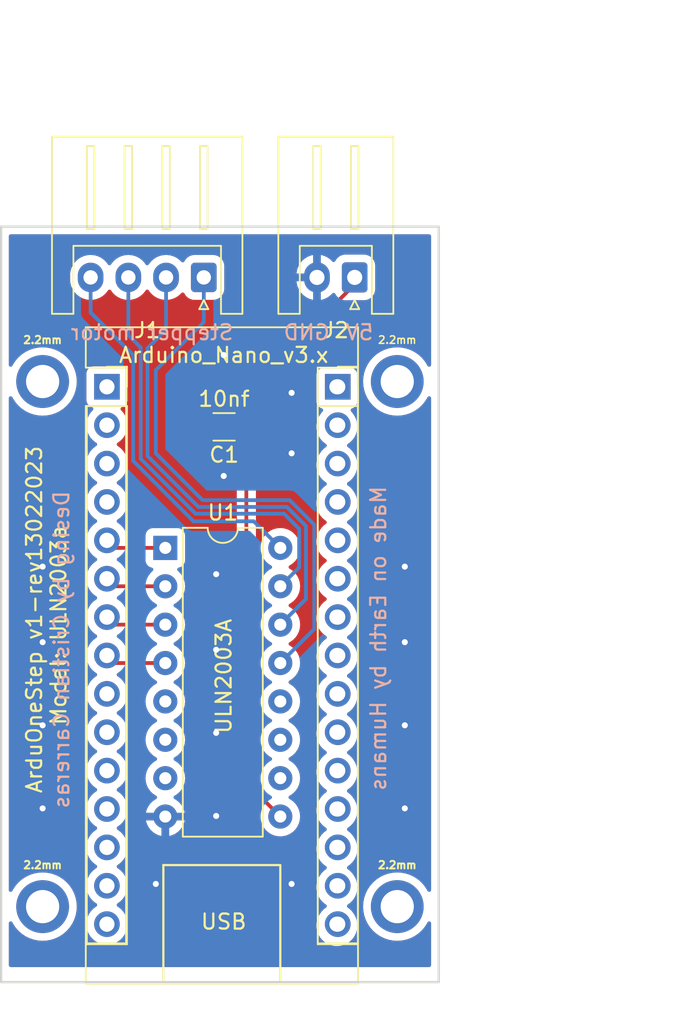
<source format=kicad_pcb>
(kicad_pcb (version 20211014) (generator pcbnew)
  (layers (0 "F.Cu" signal) (31 "B.Cu" signal) (34 "B.Paste" user) (35 "F.Paste" user) (36 "B.SilkS" user "B.Silkscreen") (37 "F.SilkS" user "F.Silkscreen") (38 "B.Mask" user) (39 "F.Mask" user) (44 "Edge.Cuts" user))
  (net 0 "")
  (net 5 "/in1")
  (net 6 "/in2")
  (net 7 "/in3")
  (net 8 "/in4")
  (net 27 "GND")
  (net 29 "Net-(J1-Pad1)")
  (net 30 "Net-(J1-Pad2)")
  (net 31 "Net-(J1-Pad3)")
  (net 32 "Net-(J1-Pad4)")
  (net 33 "5V")
  (net 40 "unconnected-(A1-Pad6)")
  (net 41 "unconnected-(A1-Pad5)")
  (footprint "Connector_PinSocket_2.54mm:PinSocket_1x15_P2.54mm_Vertical" (layer "F.Cu") (at 148.76 67.6)
    (fp_text reference "REF**" hide)
    (fp_text value "PinSocket_1x15_P2.54mm_Vertical" hide)
    (fp_line (start -1.33 1.27) (end 1.33 1.27) (layer "F.SilkS") (width 0.12))
    (fp_line (start 0 -1.33) (end 1.33 -1.33) (layer "F.SilkS") (width 0.12))
    (fp_line (start 1.33 1.27) (end 1.33 36.89) (layer "F.SilkS") (width 0.12))
    (fp_line (start -1.33 1.27) (end -1.33 36.89) (layer "F.SilkS") (width 0.12))
    (fp_line (start 1.33 -1.33) (end 1.33 0) (layer "F.SilkS") (width 0.12))
    (fp_line (start -1.33 36.89) (end 1.33 36.89) (layer "F.SilkS") (width 0.12))
    (pad "1" thru_hole rect (at 0 0) (size 1.7 1.7) (drill 1) (layers *.Cu *.Mask))
    (pad "2" thru_hole oval (at 0 2.54) (size 1.7 1.7) (drill 1) (layers *.Cu *.Mask))
    (pad "3" thru_hole oval (at 0 5.08) (size 1.7 1.7) (drill 1) (layers *.Cu *.Mask))
    (pad "4" thru_hole oval (at 0 7.62) (size 1.7 1.7) (drill 1) (layers *.Cu *.Mask))
    (pad "5" thru_hole oval (at 0 10.16) (size 1.7 1.7) (drill 1) (layers *.Cu *.Mask))
    (pad "6" thru_hole oval (at 0 12.7) (size 1.7 1.7) (drill 1) (layers *.Cu *.Mask))
    (pad "7" thru_hole oval (at 0 15.24) (size 1.7 1.7) (drill 1) (layers *.Cu *.Mask))
    (pad "8" thru_hole oval (at 0 17.78) (size 1.7 1.7) (drill 1) (layers *.Cu *.Mask))
    (pad "9" thru_hole oval (at 0 20.32) (size 1.7 1.7) (drill 1) (layers *.Cu *.Mask))
    (pad "10" thru_hole oval (at 0 22.86) (size 1.7 1.7) (drill 1) (layers *.Cu *.Mask))
    (pad "11" thru_hole oval (at 0 25.4) (size 1.7 1.7) (drill 1) (layers *.Cu *.Mask))
    (pad "12" thru_hole oval (at 0 27.94) (size 1.7 1.7) (drill 1) (layers *.Cu *.Mask))
    (pad "13" thru_hole oval (at 0 30.48) (size 1.7 1.7) (drill 1) (layers *.Cu *.Mask))
    (pad "14" thru_hole oval (at 0 33.02) (size 1.7 1.7) (drill 1) (layers *.Cu *.Mask))
    (pad "15" thru_hole oval (at 0 35.56) (size 1.7 1.7) (drill 1) (layers *.Cu *.Mask))
  )
  (footprint "Module:Arduino_Nano" (layer "F.Cu") (at 148.76 67.6)
    (fp_text reference "A1" hide)
    (fp_text value "Arduino_Nano_v3.x" (at 7.74 -2.1 180) (layer "F.SilkS"))
    (fp_line (start 1.27 -1.27) (end -1.4 -1.27) (layer "F.SilkS") (width 0.12))
    (fp_line (start 13.97 -1.27) (end 16.64 -1.27) (layer "F.SilkS") (width 0.12))
    (fp_line (start -1.4 39.5) (end 16.64 39.5) (layer "F.SilkS") (width 0.12))
    (fp_line (start 1.27 1.27) (end 1.27 -1.27) (layer "F.SilkS") (width 0.12))
    (fp_line (start -1.4 -3.94) (end -1.4 -1.27) (layer "F.SilkS") (width 0.12))
    (fp_line (start 1.27 1.27) (end -1.4 1.27) (layer "F.SilkS") (width 0.12))
    (fp_line (start 13.97 36.83) (end 16.64 36.83) (layer "F.SilkS") (width 0.12))
    (fp_line (start 16.64 -3.94) (end -1.4 -3.94) (layer "F.SilkS") (width 0.12))
    (fp_line (start 1.27 36.83) (end -1.4 36.83) (layer "F.SilkS") (width 0.12))
    (fp_line (start 1.27 1.27) (end 1.27 36.83) (layer "F.SilkS") (width 0.12))
    (fp_line (start -1.4 1.27) (end -1.4 39.5) (layer "F.SilkS") (width 0.12))
    (fp_line (start 16.64 39.5) (end 16.64 -3.94) (layer "F.SilkS") (width 0.12))
    (fp_line (start 13.97 -1.27) (end 13.97 36.83) (layer "F.SilkS") (width 0.12))
    (pad "1" thru_hole rect locked (at 0 0) (size 1.6 1.6) (drill 1) (layers *.Cu *.Mask))
    (pad "2" thru_hole oval locked (at 0 2.54) (size 1.6 1.6) (drill 1) (layers *.Cu *.Mask))
    (pad "3" thru_hole oval locked (at 0 5.08) (size 1.6 1.6) (drill 1) (layers *.Cu *.Mask))
    (pad "4" thru_hole oval locked (at 0 7.62) (size 1.6 1.6) (drill 1) (layers *.Cu *.Mask))
    (pad "5" thru_hole oval locked (at 0 10.16) (size 1.6 1.6) (drill 1) (layers *.Cu *.Mask) (net 41 "unconnected-(A1-Pad5)"))
    (pad "6" thru_hole oval locked (at 0 12.7) (size 1.6 1.6) (drill 1) (layers *.Cu *.Mask) (net 40 "unconnected-(A1-Pad6)"))
    (pad "7" thru_hole oval locked (at 0 15.24) (size 1.6 1.6) (drill 1) (layers *.Cu *.Mask) (net 5 "/in1"))
    (pad "8" thru_hole oval locked (at 0 17.78) (size 1.6 1.6) (drill 1) (layers *.Cu *.Mask) (net 6 "/in2"))
    (pad "9" thru_hole oval locked (at 0 20.32) (size 1.6 1.6) (drill 1) (layers *.Cu *.Mask) (net 7 "/in3"))
    (pad "10" thru_hole oval locked (at 0 22.86) (size 1.6 1.6) (drill 1) (layers *.Cu *.Mask) (net 8 "/in4"))
    (pad "11" thru_hole oval locked (at 0 25.4) (size 1.6 1.6) (drill 1) (layers *.Cu *.Mask))
    (pad "12" thru_hole oval locked (at 0 27.94) (size 1.6 1.6) (drill 1) (layers *.Cu *.Mask))
    (pad "13" thru_hole oval locked (at 0 30.48) (size 1.6 1.6) (drill 1) (layers *.Cu *.Mask))
    (pad "14" thru_hole oval locked (at 0 33.02) (size 1.6 1.6) (drill 1) (layers *.Cu *.Mask))
    (pad "15" thru_hole oval locked (at 0 35.56) (size 1.6 1.6) (drill 1) (layers *.Cu *.Mask))
    (pad "16" thru_hole oval locked (at 15.24 35.56) (size 1.6 1.6) (drill 1) (layers *.Cu *.Mask))
    (pad "17" thru_hole oval locked (at 15.24 33.02) (size 1.6 1.6) (drill 1) (layers *.Cu *.Mask))
    (pad "18" thru_hole oval locked (at 15.24 30.48) (size 1.6 1.6) (drill 1) (layers *.Cu *.Mask))
    (pad "19" thru_hole oval locked (at 15.24 27.94) (size 1.6 1.6) (drill 1) (layers *.Cu *.Mask))
    (pad "20" thru_hole oval locked (at 15.24 25.4) (size 1.6 1.6) (drill 1) (layers *.Cu *.Mask))
    (pad "21" thru_hole oval locked (at 15.24 22.86) (size 1.6 1.6) (drill 1) (layers *.Cu *.Mask))
    (pad "22" thru_hole oval locked (at 15.24 20.32) (size 1.6 1.6) (drill 1) (layers *.Cu *.Mask))
    (pad "23" thru_hole oval locked (at 15.24 17.78) (size 1.6 1.6) (drill 1) (layers *.Cu *.Mask))
    (pad "24" thru_hole oval locked (at 15.24 15.24) (size 1.6 1.6) (drill 1) (layers *.Cu *.Mask))
    (pad "25" thru_hole oval locked (at 15.24 12.7) (size 1.6 1.6) (drill 1) (layers *.Cu *.Mask))
    (pad "26" thru_hole oval locked (at 15.24 10.16) (size 1.6 1.6) (drill 1) (layers *.Cu *.Mask))
    (pad "27" thru_hole oval locked (at 15.24 7.62) (size 1.6 1.6) (drill 1) (layers *.Cu *.Mask))
    (pad "28" thru_hole oval locked (at 15.24 5.08) (size 1.6 1.6) (drill 1) (layers *.Cu *.Mask))
    (pad "29" thru_hole oval locked (at 15.24 2.54) (size 1.6 1.6) (drill 1) (layers *.Cu *.Mask) (net 27 "GND"))
    (pad "30" thru_hole oval locked (at 15.24 0) (size 1.6 1.6) (drill 1) (layers *.Cu *.Mask))
  )
  (footprint "Connector_PinSocket_2.54mm:PinSocket_1x15_P2.54mm_Vertical" (layer "F.Cu") (at 164.06 67.6)
    (fp_text reference "REF**" hide)
    (fp_text value "PinSocket_1x15_P2.54mm_Vertical" hide)
    (fp_line (start -1.33 1.27) (end 1.33 1.27) (layer "F.SilkS") (width 0.12))
    (fp_line (start 0 -1.33) (end 1.33 -1.33) (layer "F.SilkS") (width 0.12))
    (fp_line (start 1.33 1.27) (end 1.33 36.89) (layer "F.SilkS") (width 0.12))
    (fp_line (start -1.33 1.27) (end -1.33 36.89) (layer "F.SilkS") (width 0.12))
    (fp_line (start 1.33 -1.33) (end 1.33 0) (layer "F.SilkS") (width 0.12))
    (fp_line (start -1.33 36.89) (end 1.33 36.89) (layer "F.SilkS") (width 0.12))
    (pad "1" thru_hole rect (at 0 0) (size 1.7 1.7) (drill 1) (layers *.Cu *.Mask))
    (pad "2" thru_hole oval (at 0 2.54) (size 1.7 1.7) (drill 1) (layers *.Cu *.Mask))
    (pad "3" thru_hole oval (at 0 5.08) (size 1.7 1.7) (drill 1) (layers *.Cu *.Mask))
    (pad "4" thru_hole oval (at 0 7.62) (size 1.7 1.7) (drill 1) (layers *.Cu *.Mask))
    (pad "5" thru_hole oval (at 0 10.16) (size 1.7 1.7) (drill 1) (layers *.Cu *.Mask))
    (pad "6" thru_hole oval (at 0 12.7) (size 1.7 1.7) (drill 1) (layers *.Cu *.Mask))
    (pad "7" thru_hole oval (at 0 15.24) (size 1.7 1.7) (drill 1) (layers *.Cu *.Mask))
    (pad "8" thru_hole oval (at 0 17.78) (size 1.7 1.7) (drill 1) (layers *.Cu *.Mask))
    (pad "9" thru_hole oval (at 0 20.32) (size 1.7 1.7) (drill 1) (layers *.Cu *.Mask))
    (pad "10" thru_hole oval (at 0 22.86) (size 1.7 1.7) (drill 1) (layers *.Cu *.Mask))
    (pad "11" thru_hole oval (at 0 25.4) (size 1.7 1.7) (drill 1) (layers *.Cu *.Mask))
    (pad "12" thru_hole oval (at 0 27.94) (size 1.7 1.7) (drill 1) (layers *.Cu *.Mask))
    (pad "13" thru_hole oval (at 0 30.48) (size 1.7 1.7) (drill 1) (layers *.Cu *.Mask))
    (pad "14" thru_hole oval (at 0 33.02) (size 1.7 1.7) (drill 1) (layers *.Cu *.Mask))
    (pad "15" thru_hole oval (at 0 35.56) (size 1.7 1.7) (drill 1) (layers *.Cu *.Mask))
  )
  (footprint "MountingHole:MountingHole_2.2mm_M2_ISO7380_Pad" (layer "F.Cu") (at 168 67.25)
    (fp_text reference "2.2mm" (at 0 -2.75) (layer "F.SilkS") (effects (font (size 0.5 0.5) (thickness 0.1))))
    (fp_text value "MountingHole_2.2mm_M2_ISO7380_Pad" hide)
    (pad "1" thru_hole circle (at 0 0) (size 3.5 3.5) (drill 2.2) (layers *.Cu *.Mask))
  )
  (footprint "Connector_JST:JST_XH_S2B-XH-A_1x02_P2.50mm_Horizontal" (layer "F.Cu") (at 165.18 60.36 180)
    (fp_text reference "J2" (at 1.25 -3.5) (layer "F.SilkS"))
    (fp_text value "jst battery")
    (fp_line (start 3.64 2.09) (end 1.25 2.09) (layer "F.SilkS") (width 0.12))
    (fp_line (start 1.25 9.31) (end 5.06 9.31) (layer "F.SilkS") (width 0.12))
    (fp_line (start -2.56 9.31) (end -2.56 -2.41) (layer "F.SilkS") (width 0.12))
    (fp_line (start 2.75 3.2) (end 2.25 3.2) (layer "F.SilkS") (width 0.12))
    (fp_line (start 5.06 -2.41) (end 3.64 -2.41) (layer "F.SilkS") (width 0.12))
    (fp_line (start 2.75 8.7) (end 2.75 3.2) (layer "F.SilkS") (width 0.12))
    (fp_line (start 3.64 -2.41) (end 3.64 2.09) (layer "F.SilkS") (width 0.12))
    (fp_line (start -0.25 8.7) (end 0.25 8.7) (layer "F.SilkS") (width 0.12))
    (fp_line (start -0.25 3.2) (end -0.25 8.7) (layer "F.SilkS") (width 0.12))
    (fp_line (start 5.06 9.31) (end 5.06 -2.41) (layer "F.SilkS") (width 0.12))
    (fp_line (start -1.14 2.09) (end 1.25 2.09) (layer "F.SilkS") (width 0.12))
    (fp_line (start 2.25 3.2) (end 2.25 8.7) (layer "F.SilkS") (width 0.12))
    (fp_line (start -0.3 -2.1) (end 0.3 -2.1) (layer "F.SilkS") (width 0.12))
    (fp_line (start 2.25 8.7) (end 2.75 8.7) (layer "F.SilkS") (width 0.12))
    (fp_line (start 0.25 3.2) (end -0.25 3.2) (layer "F.SilkS") (width 0.12))
    (fp_line (start 1.25 9.31) (end -2.56 9.31) (layer "F.SilkS") (width 0.12))
    (fp_line (start -1.14 -2.41) (end -1.14 2.09) (layer "F.SilkS") (width 0.12))
    (fp_line (start 0.3 -2.1) (end 0 -1.5) (layer "F.SilkS") (width 0.12))
    (fp_line (start 0.25 8.7) (end 0.25 3.2) (layer "F.SilkS") (width 0.12))
    (fp_line (start -2.56 -2.41) (end -1.14 -2.41) (layer "F.SilkS") (width 0.12))
    (fp_line (start 0 -1.5) (end -0.3 -2.1) (layer "F.SilkS") (width 0.12))
    (pad "1" thru_hole roundrect (at 0 0 180) (size 1.7 2) (drill 1) (layers *.Cu *.Mask) (roundrect_rratio 0.1470588235) (net 33 "5V"))
    (pad "2" thru_hole oval (at 2.5 0 180) (size 1.7 2) (drill 1) (layers *.Cu *.Mask) (net 27 "GND"))
  )
  (footprint "Capacitor_SMD:C_1206_3216Metric" (layer "F.Cu") (at 156.525 70.25 180)
    (fp_text reference "C1" (at 0 -1.85) (layer "F.SilkS"))
    (fp_text value "10nf" (at 0 1.85) (layer "F.SilkS"))
    (fp_line (start -0.711252 -0.91) (end 0.711252 -0.91) (layer "F.SilkS") (width 0.12))
    (fp_line (start -0.711252 0.91) (end 0.711252 0.91) (layer "F.SilkS") (width 0.12))
    (pad "1" smd roundrect (at -1.475 0 180) (size 1.15 1.8) (layers "F.Cu" "F.Paste" "F.Mask") (roundrect_rratio 0.2173913043) (net 33 "5V"))
    (pad "2" smd roundrect (at 1.475 0 180) (size 1.15 1.8) (layers "F.Cu" "F.Paste" "F.Mask") (roundrect_rratio 0.2173913043) (net 27 "GND"))
  )
  (footprint "Package_DIP:DIP-16_W7.62mm" (layer "F.Cu") (at 152.63 78.26)
    (fp_text reference "U1" (at 3.81 -2.33) (layer "F.SilkS"))
    (fp_text value "ULN2003A" (at 3.87 8.49 90) (layer "F.SilkS"))
    (fp_line (start 6.46 -1.33) (end 4.81 -1.33) (layer "F.SilkS") (width 0.12))
    (fp_line (start 1.16 -1.33) (end 1.16 19.11) (layer "F.SilkS") (width 0.12))
    (fp_line (start 2.81 -1.33) (end 1.16 -1.33) (layer "F.SilkS") (width 0.12))
    (fp_line (start 1.16 19.11) (end 6.46 19.11) (layer "F.SilkS") (width 0.12))
    (fp_line (start 6.46 19.11) (end 6.46 -1.33) (layer "F.SilkS") (width 0.12))
    (fp_arc (start 4.81 -1.33) (mid 3.81 -0.33) (end 2.81 -1.33) (layer "F.SilkS") (width 0.12))
    (pad "1" thru_hole rect (at 0 0) (size 1.6 1.6) (drill 0.8) (layers *.Cu *.Mask) (net 5 "/in1"))
    (pad "2" thru_hole oval (at 0 2.54) (size 1.6 1.6) (drill 0.8) (layers *.Cu *.Mask) (net 6 "/in2"))
    (pad "3" thru_hole oval (at 0 5.08) (size 1.6 1.6) (drill 0.8) (layers *.Cu *.Mask) (net 7 "/in3"))
    (pad "4" thru_hole oval (at 0 7.62) (size 1.6 1.6) (drill 0.8) (layers *.Cu *.Mask) (net 8 "/in4"))
    (pad "5" thru_hole oval (at 0 10.16) (size 1.6 1.6) (drill 0.8) (layers *.Cu *.Mask))
    (pad "6" thru_hole oval (at 0 12.7) (size 1.6 1.6) (drill 0.8) (layers *.Cu *.Mask))
    (pad "7" thru_hole oval (at 0 15.24) (size 1.6 1.6) (drill 0.8) (layers *.Cu *.Mask))
    (pad "8" thru_hole oval (at 0 17.78) (size 1.6 1.6) (drill 0.8) (layers *.Cu *.Mask) (net 27 "GND"))
    (pad "9" thru_hole oval (at 7.62 17.78) (size 1.6 1.6) (drill 0.8) (layers *.Cu *.Mask) (net 33 "5V"))
    (pad "10" thru_hole oval (at 7.62 15.24) (size 1.6 1.6) (drill 0.8) (layers *.Cu *.Mask))
    (pad "11" thru_hole oval (at 7.62 12.7) (size 1.6 1.6) (drill 0.8) (layers *.Cu *.Mask))
    (pad "12" thru_hole oval (at 7.62 10.16) (size 1.6 1.6) (drill 0.8) (layers *.Cu *.Mask))
    (pad "13" thru_hole oval (at 7.62 7.62) (size 1.6 1.6) (drill 0.8) (layers *.Cu *.Mask) (net 29 "Net-(J1-Pad1)"))
    (pad "14" thru_hole oval (at 7.62 5.08) (size 1.6 1.6) (drill 0.8) (layers *.Cu *.Mask) (net 30 "Net-(J1-Pad2)"))
    (pad "15" thru_hole oval (at 7.62 2.54) (size 1.6 1.6) (drill 0.8) (layers *.Cu *.Mask) (net 31 "Net-(J1-Pad3)"))
    (pad "16" thru_hole oval (at 7.62 0) (size 1.6 1.6) (drill 0.8) (layers *.Cu *.Mask) (net 32 "Net-(J1-Pad4)"))
  )
  (footprint "MountingHole:MountingHole_2.2mm_M2_ISO7380_Pad" (layer "F.Cu") (at 144.5 102)
    (fp_text reference "2.2mm" (at 0 -2.75) (layer "F.SilkS") (effects (font (size 0.5 0.5) (thickness 0.125))))
    (fp_text value "MountingHole_2.2mm_M2_ISO7380_Pad" hide)
    (pad "1" thru_hole circle (at 0 0) (size 3.5 3.5) (drill 2.2) (layers *.Cu *.Mask))
  )
  (footprint "Connector_JST:JST_XH_S4B-XH-A_1x04_P2.50mm_Horizontal" (layer "F.Cu") (at 155.18 60.36 180)
    (fp_text reference "J1" (at 3.75 -3.5) (layer "F.SilkS"))
    (fp_text value "stepper")
    (fp_line (start 5.25 3.2) (end 4.75 3.2) (layer "F.SilkS") (width 0.12))
    (fp_line (start -1.14 2.09) (end 3.75 2.09) (layer "F.SilkS") (width 0.12))
    (fp_line (start 4.75 3.2) (end 4.75 8.7) (layer "F.SilkS") (width 0.12))
    (fp_line (start 7.25 3.2) (end 7.25 8.7) (layer "F.SilkS") (width 0.12))
    (fp_line (start -1.14 -2.41) (end -1.14 2.09) (layer "F.SilkS") (width 0.12))
    (fp_line (start 2.25 3.2) (end 2.25 8.7) (layer "F.SilkS") (width 0.12))
    (fp_line (start 7.75 3.2) (end 7.25 3.2) (layer "F.SilkS") (width 0.12))
    (fp_line (start 3.75 9.31) (end 10.06 9.31) (layer "F.SilkS") (width 0.12))
    (fp_line (start 8.64 -2.41) (end 8.64 2.09) (layer "F.SilkS") (width 0.12))
    (fp_line (start -0.3 -2.1) (end 0.3 -2.1) (layer "F.SilkS") (width 0.12))
    (fp_line (start -0.25 8.7) (end 0.25 8.7) (layer "F.SilkS") (width 0.12))
    (fp_line (start 4.75 8.7) (end 5.25 8.7) (layer "F.SilkS") (width 0.12))
    (fp_line (start 0.25 8.7) (end 0.25 3.2) (layer "F.SilkS") (width 0.12))
    (fp_line (start 0 -1.5) (end -0.3 -2.1) (layer "F.SilkS") (width 0.12))
    (fp_line (start 10.06 9.31) (end 10.06 -2.41) (layer "F.SilkS") (width 0.12))
    (fp_line (start 0.3 -2.1) (end 0 -1.5) (layer "F.SilkS") (width 0.12))
    (fp_line (start 7.75 8.7) (end 7.75 3.2) (layer "F.SilkS") (width 0.12))
    (fp_line (start 2.75 3.2) (end 2.25 3.2) (layer "F.SilkS") (width 0.12))
    (fp_line (start 3.75 9.31) (end -2.56 9.31) (layer "F.SilkS") (width 0.12))
    (fp_line (start -0.25 3.2) (end -0.25 8.7) (layer "F.SilkS") (width 0.12))
    (fp_line (start 2.25 8.7) (end 2.75 8.7) (layer "F.SilkS") (width 0.12))
    (fp_line (start 10.06 -2.41) (end 8.64 -2.41) (layer "F.SilkS") (width 0.12))
    (fp_line (start -2.56 -2.41) (end -1.14 -2.41) (layer "F.SilkS") (width 0.12))
    (fp_line (start 2.75 8.7) (end 2.75 3.2) (layer "F.SilkS") (width 0.12))
    (fp_line (start -2.56 9.31) (end -2.56 -2.41) (layer "F.SilkS") (width 0.12))
    (fp_line (start 0.25 3.2) (end -0.25 3.2) (layer "F.SilkS") (width 0.12))
    (fp_line (start 7.25 8.7) (end 7.75 8.7) (layer "F.SilkS") (width 0.12))
    (fp_line (start 8.64 2.09) (end 3.75 2.09) (layer "F.SilkS") (width 0.12))
    (fp_line (start 5.25 8.7) (end 5.25 3.2) (layer "F.SilkS") (width 0.12))
    (pad "1" thru_hole roundrect (at 0 0 180) (size 1.7 1.95) (drill 0.95) (layers *.Cu *.Mask) (roundrect_rratio 0.1470588235) (net 29 "Net-(J1-Pad1)"))
    (pad "2" thru_hole oval (at 2.5 0 180) (size 1.7 1.95) (drill 0.95) (layers *.Cu *.Mask) (net 30 "Net-(J1-Pad2)"))
    (pad "3" thru_hole oval (at 5 0 180) (size 1.7 1.95) (drill 0.95) (layers *.Cu *.Mask) (net 31 "Net-(J1-Pad3)"))
    (pad "4" thru_hole oval (at 7.5 0 180) (size 1.7 1.95) (drill 0.95) (layers *.Cu *.Mask) (net 32 "Net-(J1-Pad4)"))
  )
  (footprint "MountingHole:MountingHole_2.2mm_M2_ISO7380_Pad" (layer "F.Cu") (at 144.5 67.25)
    (fp_text reference "2.2mm" (at 0 -2.75) (layer "F.SilkS") (effects (font (size 0.5 0.5) (thickness 0.125))))
    (fp_text value "MountingHole_2.2mm_M2_ISO7380_Pad" hide)
    (pad "1" thru_hole circle (at 0 0) (size 3.5 3.5) (drill 2.2) (layers *.Cu *.Mask))
  )
  (footprint "MountingHole:MountingHole_2.2mm_M2_ISO7380_Pad" (layer "F.Cu") (at 168 102)
    (fp_text reference "2.2mm" (at 0 -2.75) (layer "F.SilkS") (effects (font (size 0.5 0.5) (thickness 0.125))))
    (fp_text value "MountingHole_2.2mm_M2_ISO7380_Pad" hide)
    (pad "1" thru_hole circle (at 0 0) (size 3.5 3.5) (drill 2.2) (layers *.Cu *.Mask))
  )
  (gr_rect (start 152.5 99.25) (end 160.25 107) (layer "F.SilkS") (width 0.15) (fill none))
  (gr_rect locked (start 141.75 57) (end 170.75 107) (layer "Edge.Cuts") (width 0.15) (fill none))
  (gr_text "Stepper motor" (at 151.75 64) (layer "B.SilkS") (effects (font (size 1 1)) (justify mirror)))
  (gr_text "GND" (at 162 64) (layer "B.SilkS") (effects (font (size 1 1)) (justify mirror)))
  (gr_text "Desing by Cristian Carreras" (at 145.75 85 90) (layer "B.SilkS") (effects (font (size 1 1)) (justify mirror)))
  (gr_text "Made on Earth by Humans" (at 166.75 84.25 90) (layer "B.SilkS") (effects (font (size 1 1)) (justify mirror)))
  (gr_text "5V" (at 165.5 64) (layer "B.SilkS") (effects (font (size 1 1)) (justify mirror)))
  (gr_text "USB" (at 156.5 103) (layer "F.SilkS") (effects (font (size 1 1))))
  (gr_text "ArduOneStep v1-rev13022023\nModel: ULN2003a " (at 144.75 83 90) (layer "F.SilkS") (effects (font (size 1 1))))
  (segment (start 149.26 83.34) (end 148.76 82.84) (width 0.25) (layer "F.Cu") (net 5))
  (segment (start 152.63 83.34) (end 149.26 83.34) (width 0.25) (layer "F.Cu") (net 5))
  (segment (start 149.26 85.88) (end 148.76 85.38) (width 0.25) (layer "F.Cu") (net 6))
  (segment (start 152.63 85.88) (end 149.26 85.88) (width 0.25) (layer "F.Cu") (net 6))
  (via (at 156 90.5) (size 0.8) (drill 0.4) (layers "F.Cu" "B.Cu") (net 27))
  (via (at 161 68) (size 0.8) (drill 0.4) (layers "F.Cu" "B.Cu") (net 27))
  (via (at 168.5 79.5) (size 0.8) (drill 0.4) (layers "F.Cu" "B.Cu") (net 27))
  (via (at 144.5 79.5) (size 0.8) (drill 0.4) (layers "F.Cu" "B.Cu") (net 27))
  (via (at 161 72) (size 0.8) (drill 0.4) (layers "F.Cu" "B.Cu") (net 27))
  (via (at 156.5 73.5) (size 0.8) (drill 0.4) (layers "F.Cu" "B.Cu") (net 27))
  (via (at 168.5 90) (size 0.8) (drill 0.4) (layers "F.Cu" "B.Cu") (net 27))
  (via (at 168.5 95.5) (size 0.8) (drill 0.4) (layers "F.Cu" "B.Cu") (net 27))
  (via (at 152 100.5) (size 0.8) (drill 0.4) (layers "F.Cu" "B.Cu") (net 27))
  (via (at 144.5 84.5) (size 0.8) (drill 0.4) (layers "F.Cu" "B.Cu") (net 27))
  (via (at 156 85) (size 0.8) (drill 0.4) (layers "F.Cu" "B.Cu") (net 27))
  (via (at 156.5 65.5) (size 0.8) (drill 0.4) (layers "F.Cu" "B.Cu") (net 27))
  (via (at 144.5 90) (size 0.8) (drill 0.4) (layers "F.Cu" "B.Cu") (net 27))
  (via (at 156 96) (size 0.8) (drill 0.4) (layers "F.Cu" "B.Cu") (net 27))
  (via (at 156 80) (size 0.8) (drill 0.4) (layers "F.Cu" "B.Cu") (net 27))
  (via (at 168.5 84.5) (size 0.8) (drill 0.4) (layers "F.Cu" "B.Cu") (net 27))
  (via (at 161 100.5) (size 0.8) (drill 0.4) (layers "F.Cu" "B.Cu") (net 27))
  (via (at 144.5 95.5) (size 0.8) (drill 0.4) (layers "F.Cu" "B.Cu") (net 27))
  (segment (start 155.10096 75.10096) (end 152 72) (width 0.25) (layer "B.Cu") (net 29))
  (segment (start 160.25 85.88) (end 162.5 83.63) (width 0.25) (layer "B.Cu") (net 29))
  (segment (start 162.5 76.728566) (end 160.872394 75.10096) (width 0.25) (layer "B.Cu") (net 29))
  (segment (start 160.872394 75.10096) (end 155.10096 75.10096) (width 0.25) (layer "B.Cu") (net 29))
  (segment (start 152 72) (end 152 66.5) (width 0.25) (layer "B.Cu") (net 29))
  (segment (start 152 66.5) (end 155.18 63.32) (width 0.25) (layer "B.Cu") (net 29))
  (segment (start 162.5 83.63) (end 162.5 76.728566) (width 0.25) (layer "B.Cu") (net 29))
  (segment (start 155.18 63.32) (end 155.18 60.36) (width 0.25) (layer "B.Cu") (net 29))
  (segment (start 161.94952 81.64048) (end 161.94952 76.813803) (width 0.25) (layer "B.Cu") (net 30))
  (segment (start 151.44952 65.05048) (end 152.68 63.82) (width 0.25) (layer "B.Cu") (net 30))
  (segment (start 154.821916 75.55048) (end 151.44952 72.178084) (width 0.25) (layer "B.Cu") (net 30))
  (segment (start 160.25 83.34) (end 161.94952 81.64048) (width 0.25) (layer "B.Cu") (net 30))
  (segment (start 151.44952 72.178084) (end 151.44952 65.05048) (width 0.25) (layer "B.Cu") (net 30))
  (segment (start 160.686197 75.55048) (end 154.821916 75.55048) (width 0.25) (layer "B.Cu") (net 30))
  (segment (start 161.94952 76.813803) (end 160.686197 75.55048) (width 0.25) (layer "B.Cu") (net 30))
  (segment (start 152.68 63.82) (end 152.68 60.36) (width 0.25) (layer "B.Cu") (net 30))
  (segment (start 150.18 64.18) (end 150.18 60.36) (width 0.25) (layer "B.Cu") (net 31))
  (segment (start 151 72.364282) (end 151 65) (width 0.25) (layer "B.Cu") (net 31))
  (segment (start 160.25 80.8) (end 161.5 79.55) (width 0.25) (layer "B.Cu") (net 31))
  (segment (start 160.5 76) (end 154.635718 76) (width 0.25) (layer "B.Cu") (net 31))
  (segment (start 161.5 77) (end 160.5 76) (width 0.25) (layer "B.Cu") (net 31))
  (segment (start 151 65) (end 150.18 64.18) (width 0.25) (layer "B.Cu") (net 31))
  (segment (start 154.635718 76) (end 151 72.364282) (width 0.25) (layer "B.Cu") (net 31))
  (segment (start 161.5 79.55) (end 161.5 77) (width 0.25) (layer "B.Cu") (net 31))
  (segment (start 158.49 76.5) (end 154.5 76.5) (width 0.25) (layer "B.Cu") (net 32))
  (segment (start 160.25 78.26) (end 158.49 76.5) (width 0.25) (layer "B.Cu") (net 32))
  (segment (start 154.5 76.5) (end 150.5 72.5) (width 0.25) (layer "B.Cu") (net 32))
  (segment (start 150.5 65.5) (end 147.68 62.68) (width 0.25) (layer "B.Cu") (net 32))
  (segment (start 147.68 62.68) (end 147.68 60.36) (width 0.25) (layer "B.Cu") (net 32))
  (segment (start 150.5 72.5) (end 150.5 65.5) (width 0.25) (layer "B.Cu") (net 32))
  (segment (start 158 93.79) (end 160.25 96.04) (width 0.25) (layer "F.Cu") (net 33))
  (segment (start 158 70.25) (end 158 93.79) (width 0.25) (layer "F.Cu") (net 33))
  (segment (start 158 68) (end 158 70.25) (width 0.25) (layer "F.Cu") (net 33))
  (segment (start 165.18 60.82) (end 158 68) (width 0.25) (layer "F.Cu") (net 33))
  (segment (start 165.18 60.36) (end 165.18 60.82) (width 0.25) (layer "F.Cu") (net 33))
  (segment (start 149.26 80.8) (end 148.76 80.3) (width 0.25) (layer "F.Cu") (net 40))
  (segment (start 152.63 80.8) (end 149.26 80.8) (width 0.25) (layer "F.Cu") (net 40))
  (segment (start 152.63 78.26) (end 149.26 78.26) (width 0.25) (layer "F.Cu") (net 41))
  (segment (start 149.26 78.26) (end 148.76 77.76) (width 0.25) (layer "F.Cu") (net 41))
  (zone (net 27) (net_name "GND") (layers F&B.Cu) (connect_pads (clearance 0.508)) (min_thickness 0.254) (fill yes (thermal_gap 0.508) (thermal_bridge_width 0.508))
    (polygon (pts (xy 170.75 106) (xy 141.75 106) (xy 141.75 57) (xy 170.75 57)))
  )
)
</source>
